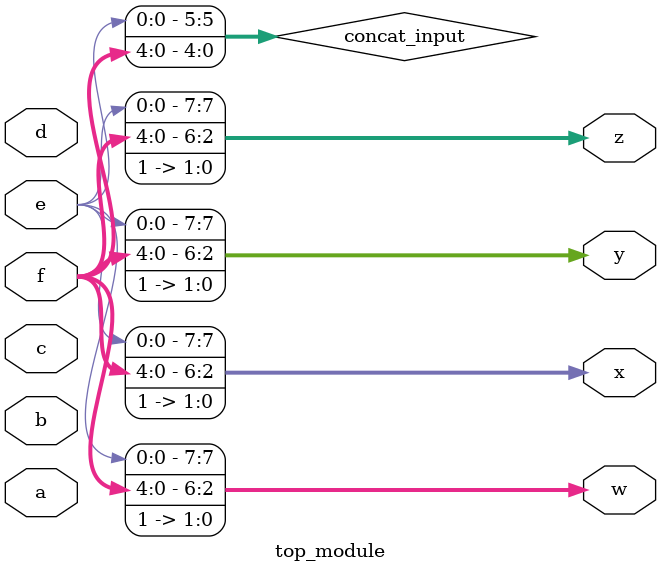
<source format=sv>
module top_module (
    input [4:0] a,
    input [4:0] b,
    input [4:0] c,
    input [4:0] d,
    input [4:0] e,
    input [4:0] f,
    output [7:0] w,
    output [7:0] x,
    output [7:0] y,
    output [7:0] z
);
    
    wire [5:0] concat_input;
    assign concat_input = {a, b, c, d, e, f};
    
    assign w = {concat_input, 2'b11};
    assign x = w;
    assign y = w;
    assign z = w;
    
endmodule

</source>
